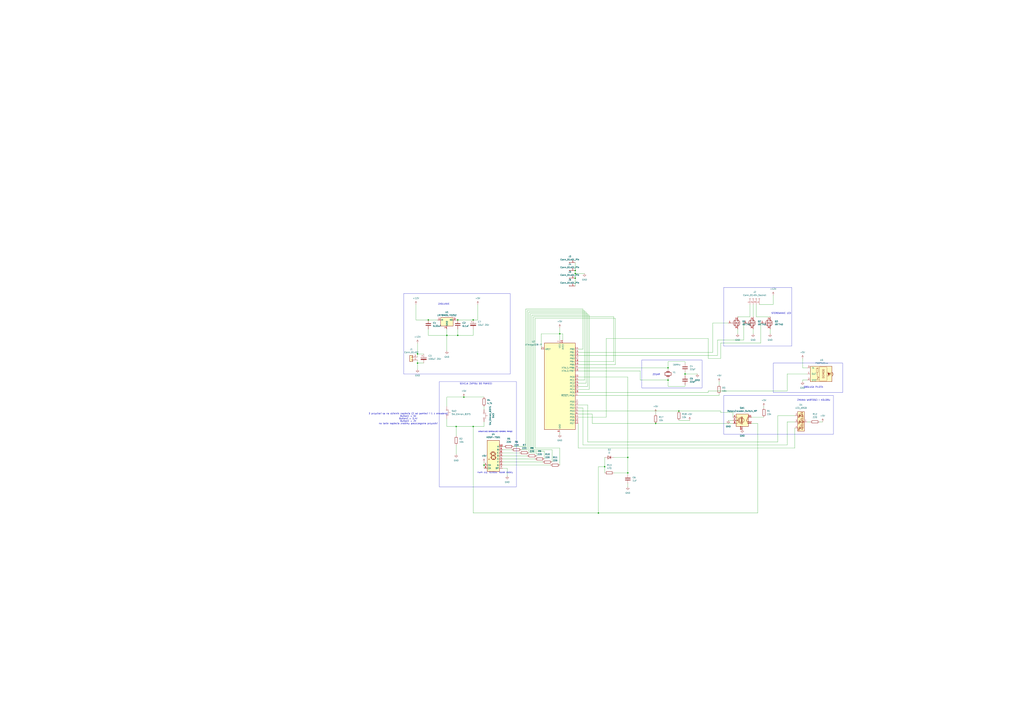
<source format=kicad_sch>
(kicad_sch (version 20231120) (generator "eeschema") (generator_version "8.0")
  (paper "A1")
  (lib_symbols
    (symbol "Connector:Conn_01x01_Pin" (pin_names (offset 1.016) hide)
      (property "Reference" "J" (at 0 2.54 0))
      (property "Value" "Conn_01x01_Pin" (at 0 -2.54 0))
      (symbol "Conn_01x01_Pin_1_1"
        (polyline (pts (xy 1.27 0) (xy 0.8636 0)) (stroke (width 0.1524)))
        (rectangle (start 0.8636 0.127) (end 0 -0.127) (stroke (width 0.1524)) (fill (type outline)))
        (pin passive line (at 5.08 0 180) (length 3.81) (name "Pin_1") (number "1"))
      )
    )
    (symbol "Connector:Conn_01x04_Socket" (pin_names (offset 1.016) hide)
      (property "Reference" "J" (at 0 5.08 0))
      (property "Value" "Conn_01x04_Socket" (at 0 -7.62 0))
      (symbol "Conn_01x04_Socket_1_1"
        (arc (start 0 -4.572) (mid -0.5058 -5.08) (end 0 -5.588) (stroke (width 0.1524)))
        (arc (start 0 -2.032) (mid -0.5058 -2.54) (end 0 -3.048) (stroke (width 0.1524)))
        (polyline (pts (xy -1.27 -5.08) (xy -0.508 -5.08)) (stroke (width 0.1524)))
        (polyline (pts (xy -1.27 -2.54) (xy -0.508 -2.54)) (stroke (width 0.1524)))
        (polyline (pts (xy -1.27 0) (xy -0.508 0)) (stroke (width 0.1524)))
        (polyline (pts (xy -1.27 2.54) (xy -0.508 2.54)) (stroke (width 0.1524)))
        (arc (start 0 0.508) (mid -0.5058 0) (end 0 -0.508) (stroke (width 0.1524)))
        (arc (start 0 3.048) (mid -0.5058 2.54) (end 0 2.032) (stroke (width 0.1524)))
        (pin passive line (at -5.08 2.54 0) (length 3.81) (name "Pin_1") (number "1"))
        (pin passive line (at -5.08 0 0) (length 3.81) (name "Pin_2") (number "2"))
        (pin passive line (at -5.08 -2.54 0) (length 3.81) (name "Pin_3") (number "3"))
        (pin passive line (at -5.08 -5.08 0) (length 3.81) (name "Pin_4") (number "4"))
      )
    )
    (symbol "Connector_Generic:Conn_01x02" (pin_names (offset 1.016) hide)
      (property "Reference" "J" (at 0 2.54 0))
      (property "Value" "Conn_01x02" (at 0 -5.08 0))
      (symbol "Conn_01x02_1_1"
        (rectangle (start -1.27 -2.413) (end 0 -2.667) (stroke (width 0.1524)))
        (rectangle (start -1.27 0.127) (end 0 -0.127) (stroke (width 0.1524)))
        (rectangle (start -1.27 1.27) (end 1.27 -3.81) (stroke (width 0.254)) (fill (type background)))
        (pin passive line (at -5.08 0 0) (length 3.81) (name "Pin_1") (number "1"))
        (pin passive line (at -5.08 -2.54 0) (length 3.81) (name "Pin_2") (number "2"))
      )
    )
    (symbol "Device:C" (pin_numbers hide) (pin_names (offset 0.254))
      (property "Reference" "C" (at 0.635 2.54 0))
      (property "Value" "C" (at 0.635 -2.54 0))
      (symbol "C_0_1"
        (polyline (pts (xy -2.032 -0.762) (xy 2.032 -0.762)) (stroke (width 0.508)))
        (polyline (pts (xy -2.032 0.762) (xy 2.032 0.762)) (stroke (width 0.508)))
      )
      (symbol "C_1_1"
        (pin passive line (at 0 3.81 270) (length 2.794) (name "~") (number "1"))
        (pin passive line (at 0 -3.81 90) (length 2.794) (name "~") (number "2"))
      )
    )
    (symbol "Device:C_Polarized" (pin_numbers hide) (pin_names (offset 0.254))
      (property "Reference" "C" (at 0.635 2.54 0))
      (property "Value" "C_Polarized" (at 0.635 -2.54 0))
      (symbol "C_Polarized_0_1"
        (rectangle (start -2.286 0.508) (end 2.286 1.016))
        (polyline (pts (xy -1.778 2.286) (xy -0.762 2.286)))
        (polyline (pts (xy -1.27 2.794) (xy -1.27 1.778)))
        (rectangle (start 2.286 -0.508) (end -2.286 -1.016) (fill (type outline)))
      )
      (symbol "C_Polarized_1_1"
        (pin passive line (at 0 3.81 270) (length 2.794) (name "~") (number "1"))
        (pin passive line (at 0 -3.81 90) (length 2.794) (name "~") (number "2"))
      )
    )
    (symbol "Device:Crystal" (pin_numbers hide) (pin_names (offset 1.016) hide)
      (property "Reference" "Y" (at 0 3.81 0))
      (property "Value" "Crystal" (at 0 -3.81 0))
      (symbol "Crystal_0_1"
        (rectangle (start -1.143 2.54) (end 1.143 -2.54) (stroke (width 0.3048)))
        (polyline (pts (xy -2.54 0) (xy -1.905 0)))
        (polyline (pts (xy -1.905 -1.27) (xy -1.905 1.27)) (stroke (width 0.508)))
        (polyline (pts (xy 1.905 -1.27) (xy 1.905 1.27)) (stroke (width 0.508)))
        (polyline (pts (xy 2.54 0) (xy 1.905 0)))
      )
      (symbol "Crystal_1_1"
        (pin passive line (at -3.81 0 0) (length 1.27) (name "1") (number "1"))
        (pin passive line (at 3.81 0 180) (length 1.27) (name "2") (number "2"))
      )
    )
    (symbol "Device:D" (pin_numbers hide) (pin_names (offset 1.016) hide)
      (property "Reference" "D" (at 0 2.54 0))
      (property "Value" "D" (at 0 -2.54 0))
      (symbol "D_0_1"
        (polyline (pts (xy -1.27 1.27) (xy -1.27 -1.27)) (stroke (width 0.254)))
        (polyline (pts (xy 1.27 0) (xy -1.27 0)))
        (polyline (pts (xy 1.27 1.27) (xy 1.27 -1.27) (xy -1.27 0) (xy 1.27 1.27)) (stroke (width 0.254)))
      )
      (symbol "D_1_1"
        (pin passive line (at -3.81 0 0) (length 2.54) (name "K") (number "1"))
        (pin passive line (at 3.81 0 180) (length 2.54) (name "A") (number "2"))
      )
    )
    (symbol "Device:LED_ARGB" (pin_names (offset 0) hide)
      (property "Reference" "D" (at 0 9.398 0))
      (property "Value" "LED_ARGB" (at 0 -8.89 0))
      (symbol "LED_ARGB_0_0"
        (text "B" (at -1.905 -6.35 0) (effects (font (size 1.27 1.27))))
        (text "G" (at -1.905 -1.27 0) (effects (font (size 1.27 1.27))))
        (text "R" (at -1.905 3.81 0) (effects (font (size 1.27 1.27))))
      )
      (symbol "LED_ARGB_0_1"
        (polyline (pts (xy -1.27 -5.08) (xy -2.54 -5.08)))
        (polyline (pts (xy -1.27 -5.08) (xy 1.27 -5.08)))
        (polyline (pts (xy -1.27 -3.81) (xy -1.27 -6.35)) (stroke (width 0.254)))
        (polyline (pts (xy -1.27 0) (xy -2.54 0)))
        (polyline (pts (xy -1.27 1.27) (xy -1.27 -1.27)) (stroke (width 0.254)))
        (polyline (pts (xy -1.27 5.08) (xy -2.54 5.08)))
        (polyline (pts (xy -1.27 5.08) (xy 1.27 5.08)))
        (polyline (pts (xy -1.27 6.35) (xy -1.27 3.81)) (stroke (width 0.254)))
        (polyline (pts (xy 1.27 0) (xy -1.27 0)))
        (polyline (pts (xy 1.27 0) (xy 2.54 0)))
        (polyline (pts (xy -1.27 1.27) (xy -1.27 -1.27) (xy -1.27 -1.27)))
        (polyline (pts (xy -1.27 6.35) (xy -1.27 3.81) (xy -1.27 3.81)))
        (polyline (pts (xy 1.27 -5.08) (xy 2.032 -5.08) (xy 2.032 5.08) (xy 1.27 5.08)))
        (polyline (pts (xy 1.27 -3.81) (xy 1.27 -6.35) (xy -1.27 -5.08) (xy 1.27 -3.81)) (stroke (width 0.254)))
        (polyline (pts (xy 1.27 1.27) (xy 1.27 -1.27) (xy -1.27 0) (xy 1.27 1.27)) (stroke (width 0.254)))
        (polyline (pts (xy 1.27 6.35) (xy 1.27 3.81) (xy -1.27 5.08) (xy 1.27 6.35)) (stroke (width 0.254)))
        (polyline (pts (xy -1.016 -3.81) (xy 0.508 -2.286) (xy -0.254 -2.286) (xy 0.508 -2.286) (xy 0.508 -3.048)))
        (polyline (pts (xy -1.016 1.27) (xy 0.508 2.794) (xy -0.254 2.794) (xy 0.508 2.794) (xy 0.508 2.032)))
        (polyline (pts (xy -1.016 6.35) (xy 0.508 7.874) (xy -0.254 7.874) (xy 0.508 7.874) (xy 0.508 7.112)))
        (polyline (pts (xy 0 -3.81) (xy 1.524 -2.286) (xy 0.762 -2.286) (xy 1.524 -2.286) (xy 1.524 -3.048)))
        (polyline (pts (xy 0 1.27) (xy 1.524 2.794) (xy 0.762 2.794) (xy 1.524 2.794) (xy 1.524 2.032)))
        (polyline (pts (xy 0 6.35) (xy 1.524 7.874) (xy 0.762 7.874) (xy 1.524 7.874) (xy 1.524 7.112)))
        (rectangle (start 1.27 -1.27) (end 1.27 1.27))
        (rectangle (start 1.27 1.27) (end 1.27 1.27))
        (rectangle (start 1.27 3.81) (end 1.27 6.35))
        (rectangle (start 1.27 6.35) (end 1.27 6.35))
        (circle (center 2.032 0) (radius 0.254) (fill (type outline)))
        (rectangle (start 2.794 8.382) (end -2.794 -7.62) (stroke (width 0.254)) (fill (type background)))
      )
      (symbol "LED_ARGB_1_1"
        (pin passive line (at 5.08 0 180) (length 2.54) (name "A") (number "1"))
        (pin passive line (at -5.08 5.08 0) (length 2.54) (name "RK") (number "2"))
        (pin passive line (at -5.08 0 0) (length 2.54) (name "GK") (number "3"))
        (pin passive line (at -5.08 -5.08 0) (length 2.54) (name "BK") (number "4"))
      )
    )
    (symbol "Device:R" (pin_numbers hide) (pin_names (offset 0))
      (property "Reference" "R" (at 2.032 0 90))
      (property "Value" "R" (at 0 0 90))
      (symbol "R_0_1"
        (rectangle (start -1.016 -2.54) (end 1.016 2.54) (stroke (width 0.254)))
      )
      (symbol "R_1_1"
        (pin passive line (at 0 3.81 270) (length 1.27) (name "~") (number "1"))
        (pin passive line (at 0 -3.81 90) (length 1.27) (name "~") (number "2"))
      )
    )
    (symbol "Device:RotaryEncoder_Switch_MP" (pin_names (offset 0.254) hide)
      (property "Reference" "SW" (at 0 8.89 0))
      (property "Value" "RotaryEncoder_Switch_MP" (at 0 6.35 0))
      (symbol "RotaryEncoder_Switch_MP_0_1"
        (rectangle (start -5.08 5.08) (end 5.08 -5.08) (stroke (width 0.254)) (fill (type background)))
        (circle (center -3.81 0) (radius 0.254) (fill (type outline)))
        (circle (center -0.381 0) (radius 1.905) (stroke (width 0.254)))
        (arc (start -0.381 2.667) (mid -3.0988 -0.0635) (end -0.381 -2.794) (stroke (width 0.254)))
        (polyline (pts (xy -0.635 -1.778) (xy -0.635 1.778)) (stroke (width 0.254)))
        (polyline (pts (xy -0.381 -1.778) (xy -0.381 1.778)) (stroke (width 0.254)))
        (polyline (pts (xy -0.127 1.778) (xy -0.127 -1.778)) (stroke (width 0.254)))
        (polyline (pts (xy 3.81 0) (xy 3.429 0)) (stroke (width 0.254)))
        (polyline (pts (xy 3.81 1.016) (xy 3.81 -1.016)) (stroke (width 0.254)))
        (polyline (pts (xy -5.08 -2.54) (xy -3.81 -2.54) (xy -3.81 -2.032)))
        (polyline (pts (xy -5.08 2.54) (xy -3.81 2.54) (xy -3.81 2.032)))
        (polyline (pts (xy 0.254 -3.048) (xy -0.508 -2.794) (xy 0.127 -2.413)) (stroke (width 0.254)))
        (polyline (pts (xy 0.254 2.921) (xy -0.508 2.667) (xy 0.127 2.286)) (stroke (width 0.254)))
        (polyline (pts (xy 5.08 -2.54) (xy 4.318 -2.54) (xy 4.318 -1.016)) (stroke (width 0.254)))
        (polyline (pts (xy 5.08 2.54) (xy 4.318 2.54) (xy 4.318 1.016)) (stroke (width 0.254)))
        (polyline (pts (xy -5.08 0) (xy -3.81 0) (xy -3.81 -1.016) (xy -3.302 -2.032)))
        (polyline (pts (xy -4.318 0) (xy -3.81 0) (xy -3.81 1.016) (xy -3.302 2.032)))
        (circle (center 4.318 -1.016) (radius 0.127) (stroke (width 0.254)))
        (circle (center 4.318 1.016) (radius 0.127) (stroke (width 0.254)))
      )
      (symbol "RotaryEncoder_Switch_MP_1_1"
        (pin passive line (at -7.62 2.54 0) (length 2.54) (name "A") (number "A"))
        (pin passive line (at -7.62 -2.54 0) (length 2.54) (name "B") (number "B"))
        (pin passive line (at -7.62 0 0) (length 2.54) (name "C") (number "C"))
        (pin passive line (at 0 -7.62 90) (length 2.54) (name "MP") (number "MP"))
        (pin passive line (at 7.62 2.54 180) (length 2.54) (name "S1") (number "S1"))
        (pin passive line (at 7.62 -2.54 180) (length 2.54) (name "S2") (number "S2"))
      )
    )
    (symbol "Display_Character:HDSP-7501"
      (property "Reference" "U" (at -3.81 13.97 0))
      (property "Value" "HDSP-7501" (at 6.35 13.97 0))
      (symbol "HDSP-7501_1_0"
        (text "A" (at 0.254 2.413 0) (effects (font (size 0.508 0.508))))
        (text "B" (at 2.54 1.651 0) (effects (font (size 0.508 0.508))))
        (text "C" (at 2.286 -1.397 0) (effects (font (size 0.508 0.508))))
        (text "D" (at -0.254 -2.159 0) (effects (font (size 0.508 0.508))))
        (text "DP" (at 3.556 -2.921 0) (effects (font (size 0.508 0.508))))
        (text "E" (at -2.54 -1.397 0) (effects (font (size 0.508 0.508))))
        (text "F" (at -2.286 1.651 0) (effects (font (size 0.508 0.508))))
        (text "G" (at 0 0.889 0) (effects (font (size 0.508 0.508))))
      )
      (symbol "HDSP-7501_1_1"
        (rectangle (start -5.08 12.7) (end 5.08 -12.7) (stroke (width 0.254)) (fill (type background)))
        (polyline (pts (xy -1.524 -0.381) (xy -1.778 -2.413)) (stroke (width 0.508)))
        (polyline (pts (xy -1.27 -2.921) (xy 0.762 -2.921)) (stroke (width 0.508)))
        (polyline (pts (xy -1.27 2.667) (xy -1.524 0.635)) (stroke (width 0.508)))
        (polyline (pts (xy -1.016 0.127) (xy 1.016 0.127)) (stroke (width 0.508)))
        (polyline (pts (xy -0.762 3.175) (xy 1.27 3.175)) (stroke (width 0.508)))
        (polyline (pts (xy 1.524 -0.381) (xy 1.27 -2.413)) (stroke (width 0.508)))
        (polyline (pts (xy 1.778 2.667) (xy 1.524 0.635)) (stroke (width 0.508)))
        (polyline (pts (xy 2.54 -2.921) (xy 2.54 -2.921)) (stroke (width 0.508)))
        (pin input line (at 7.62 -7.62 180) (length 2.54) (name "CA") (number "1"))
        (pin input line (at -7.62 7.62 0) (length 2.54) (name "A") (number "10"))
        (pin input line (at -7.62 -5.08 0) (length 2.54) (name "F") (number "2"))
        (pin input line (at -7.62 -7.62 0) (length 2.54) (name "G") (number "3"))
        (pin input line (at -7.62 -2.54 0) (length 2.54) (name "E") (number "4"))
        (pin input line (at -7.62 0 0) (length 2.54) (name "D") (number "5"))
        (pin input line (at 7.62 -10.16 180) (length 2.54) (name "CA") (number "6"))
        (pin input line (at -7.62 -10.16 0) (length 2.54) (name "DP") (number "7"))
        (pin input line (at -7.62 2.54 0) (length 2.54) (name "C") (number "8"))
        (pin input line (at -7.62 5.08 0) (length 2.54) (name "B") (number "9"))
      )
    )
    (symbol "Interface_Optical:TSOP531xx" (pin_names (offset 1.016))
      (property "Reference" "U" (at -10.16 7.62 0))
      (property "Value" "TSOP531xx" (at -10.16 -7.62 0))
      (symbol "TSOP531xx_0_0"
        (arc (start -10.287 1.397) (mid -11.0899 -0.1852) (end -10.287 -1.778) (stroke (width 0.254)) (fill (type background)))
        (polyline (pts (xy 1.905 -5.08) (xy 0.127 -5.08)))
        (polyline (pts (xy 1.905 5.08) (xy 0.127 5.08)))
        (text "DEMOD" (at -3.175 0.254 900) (effects (font (size 1.524 1.524))))
      )
      (symbol "TSOP531xx_0_1"
        (rectangle (start -6.096 5.588) (end 0.127 -5.588))
        (polyline (pts (xy -8.763 0.381) (xy -9.652 1.27)))
        (polyline (pts (xy -8.763 0.381) (xy -9.271 0.381)))
        (polyline (pts (xy -8.763 0.381) (xy -8.763 0.889)))
        (polyline (pts (xy -8.636 -0.635) (xy -9.525 0.254)))
        (polyline (pts (xy -8.636 -0.635) (xy -9.144 -0.635)))
        (polyline (pts (xy -8.636 -0.635) (xy -8.636 -0.127)))
        (polyline (pts (xy -8.382 -1.016) (xy -6.731 -1.016)))
        (polyline (pts (xy 1.27 -2.921) (xy 0.127 -2.921)))
        (polyline (pts (xy 1.27 -1.905) (xy 1.27 -3.81)))
        (polyline (pts (xy 1.397 -3.556) (xy 1.524 -3.556)))
        (polyline (pts (xy 1.651 -3.556) (xy 1.524 -3.556)))
        (polyline (pts (xy 1.651 -3.556) (xy 1.651 -3.302)))
        (polyline (pts (xy 1.905 0) (xy 1.905 1.27)))
        (polyline (pts (xy 1.905 4.445) (xy 1.905 5.08) (xy 2.54 5.08)))
        (polyline (pts (xy -8.382 0.635) (xy -6.731 0.635) (xy -7.62 -1.016) (xy -8.382 0.635)) (fill (type outline)))
        (polyline (pts (xy -6.096 1.397) (xy -7.62 1.397) (xy -7.62 -1.778) (xy -6.096 -1.778)))
        (polyline (pts (xy 1.27 -3.175) (xy 1.905 -3.81) (xy 1.905 -5.08) (xy 2.54 -5.08)))
        (polyline (pts (xy 1.27 -2.54) (xy 1.905 -1.905) (xy 1.905 0) (xy 2.54 0)))
        (rectangle (start 2.54 1.27) (end 1.27 4.445))
        (rectangle (start 7.62 6.35) (end -10.16 -6.35) (stroke (width 0.254)) (fill (type background)))
      )
      (symbol "TSOP531xx_1_1"
        (pin output line (at 10.16 0 180) (length 2.54) (name "OUT") (number "1"))
        (pin power_in line (at 10.16 -5.08 180) (length 2.54) (name "GND") (number "2"))
        (pin power_in line (at 10.16 5.08 180) (length 2.54) (name "Vs") (number "3"))
      )
    )
    (symbol "MCU_Microchip_ATmega:ATmega328-P"
      (property "Reference" "U" (at -12.7 36.83 0))
      (property "Value" "ATmega328-P" (at 2.54 -36.83 0))
      (symbol "ATmega328-P_0_1"
        (rectangle (start -12.7 -35.56) (end 12.7 35.56) (stroke (width 0.254)) (fill (type background)))
      )
      (symbol "ATmega328-P_1_1"
        (pin bidirectional line (at 15.24 -7.62 180) (length 2.54) (name "~{RESET}/PC6") (number "1"))
        (pin bidirectional line (at 15.24 12.7 180) (length 2.54) (name "XTAL2/PB7") (number "10"))
        (pin bidirectional line (at 15.24 -25.4 180) (length 2.54) (name "PD5") (number "11"))
        (pin bidirectional line (at 15.24 -27.94 180) (length 2.54) (name "PD6") (number "12"))
        (pin bidirectional line (at 15.24 -30.48 180) (length 2.54) (name "PD7") (number "13"))
        (pin bidirectional line (at 15.24 30.48 180) (length 2.54) (name "PB0") (number "14"))
        (pin bidirectional line (at 15.24 27.94 180) (length 2.54) (name "PB1") (number "15"))
        (pin bidirectional line (at 15.24 25.4 180) (length 2.54) (name "PB2") (number "16"))
        (pin bidirectional line (at 15.24 22.86 180) (length 2.54) (name "PB3") (number "17"))
        (pin bidirectional line (at 15.24 20.32 180) (length 2.54) (name "PB4") (number "18"))
        (pin bidirectional line (at 15.24 17.78 180) (length 2.54) (name "PB5") (number "19"))
        (pin bidirectional line (at 15.24 -12.7 180) (length 2.54) (name "PD0") (number "2"))
        (pin power_in line (at 2.54 38.1 270) (length 2.54) (name "AVCC") (number "20"))
        (pin passive line (at -15.24 30.48 0) (length 2.54) (name "AREF") (number "21"))
        (pin passive line (at 0 -38.1 90) (length 2.54) hide (name "GND") (number "22"))
        (pin bidirectional line (at 15.24 7.62 180) (length 2.54) (name "PC0") (number "23"))
        (pin bidirectional line (at 15.24 5.08 180) (length 2.54) (name "PC1") (number "24"))
        (pin bidirectional line (at 15.24 2.54 180) (length 2.54) (name "PC2") (number "25"))
        (pin bidirectional line (at 15.24 0 180) (length 2.54) (name "PC3") (number "26"))
        (pin bidirectional line (at 15.24 -2.54 180) (length 2.54) (name "PC4") (number "27"))
        (pin bidirectional line (at 15.24 -5.08 180) (length 2.54) (name "PC5") (number "28"))
        (pin bidirectional line (at 15.24 -15.24 180) (length 2.54) (name "PD1") (number "3"))
        (pin bidirectional line (at 15.24 -17.78 180) (length 2.54) (name "PD2") (number "4"))
        (pin bidirectional line (at 15.24 -20.32 180) (length 2.54) (name "PD3") (number "5"))
        (pin bidirectional line (at 15.24 -22.86 180) (length 2.54) (name "PD4") (number "6"))
        (pin power_in line (at 0 38.1 270) (length 2.54) (name "VCC") (number "7"))
        (pin power_in line (at 0 -38.1 90) (length 2.54) (name "GND") (number "8"))
        (pin bidirectional line (at 15.24 15.24 180) (length 2.54) (name "XTAL1/PB6") (number "9"))
      )
    )
    (symbol "Regulator_Linear:LM78M05_TO252" (pin_names (offset 0.254))
      (property "Reference" "U" (at -3.81 3.175 0))
      (property "Value" "LM78M05_TO252" (at 0 3.175 0))
      (symbol "LM78M05_TO252_0_1"
        (rectangle (start -5.08 1.905) (end 5.08 -5.08) (stroke (width 0.254)) (fill (type background)))
      )
      (symbol "LM78M05_TO252_1_1"
        (pin power_in line (at -7.62 0 0) (length 2.54) (name "VI") (number "1"))
        (pin power_in line (at 0 -7.62 90) (length 2.54) (name "GND") (number "2"))
        (pin power_out line (at 7.62 0 180) (length 2.54) (name "VO") (number "3"))
      )
    )
    (symbol "Switch:SW_Omron_B3FS" (pin_numbers hide) (pin_names (offset 1.016) hide)
      (property "Reference" "SW" (at 1.27 2.54 0))
      (property "Value" "SW_Omron_B3FS" (at 0 -1.524 0))
      (symbol "SW_Omron_B3FS_0_1"
        (circle (center -2.032 0) (radius 0.508))
        (polyline (pts (xy 0 1.27) (xy 0 3.048)))
        (polyline (pts (xy 2.54 1.27) (xy -2.54 1.27)))
        (circle (center 2.032 0) (radius 0.508))
        (pin passive line (at -5.08 0 0) (length 2.54) (name "1") (number "1"))
        (pin passive line (at 5.08 0 180) (length 2.54) (name "2") (number "2"))
      )
    )
    (symbol "Transistor_FET:IRF740" (pin_names hide)
      (property "Reference" "Q" (at 5.08 1.905 0))
      (property "Value" "IRF740" (at 5.08 0 0))
      (symbol "IRF740_0_1"
        (polyline (pts (xy 0.254 0) (xy -2.54 0)))
        (polyline (pts (xy 0.254 1.905) (xy 0.254 -1.905)) (stroke (width 0.254)))
        (polyline (pts (xy 0.762 -1.27) (xy 0.762 -2.286)) (stroke (width 0.254)))
        (polyline (pts (xy 0.762 0.508) (xy 0.762 -0.508)) (stroke (width 0.254)))
        (polyline (pts (xy 0.762 2.286) (xy 0.762 1.27)) (stroke (width 0.254)))
        (polyline (pts (xy 2.54 2.54) (xy 2.54 1.778)))
        (polyline (pts (xy 2.54 -2.54) (xy 2.54 0) (xy 0.762 0)))
        (polyline (pts (xy 0.762 -1.778) (xy 3.302 -1.778) (xy 3.302 1.778) (xy 0.762 1.778)))
        (polyline (pts (xy 1.016 0) (xy 2.032 0.381) (xy 2.032 -0.381) (xy 1.016 0)) (fill (type outline)))
        (polyline (pts (xy 2.794 0.508) (xy 2.921 0.381) (xy 3.683 0.381) (xy 3.81 0.254)))
        (polyline (pts (xy 3.302 0.381) (xy 2.921 -0.254) (xy 3.683 -0.254) (xy 3.302 0.381)))
        (circle (center 1.651 0) (radius 2.794) (stroke (width 0.254)))
        (circle (center 2.54 -1.778) (radius 0.254) (fill (type outline)))
        (circle (center 2.54 1.778) (radius 0.254) (fill (type outline)))
      )
      (symbol "IRF740_1_1"
        (pin input line (at -5.08 0 0) (length 2.54) (name "G") (number "1"))
        (pin passive line (at 2.54 5.08 270) (length 2.54) (name "D") (number "2"))
        (pin passive line (at 2.54 -5.08 90) (length 2.54) (name "S") (number "3"))
      )
    )
    (symbol "power:+12V" (power) (pin_numbers hide) (pin_names (offset 0) hide)
      (property "Value" "+12V" (at 0 3.556 0))
      (symbol "+12V_0_1"
        (polyline (pts (xy -0.762 1.27) (xy 0 2.54)))
        (polyline (pts (xy 0 0) (xy 0 2.54)))
        (polyline (pts (xy 0 2.54) (xy 0.762 1.27)))
      )
      (symbol "+12V_1_1"
        (pin power_in line (at 0 0 90) (length 0) (name "~") (number "1"))
      )
    )
    (symbol "power:+5V" (power) (pin_numbers hide) (pin_names (offset 0) hide)
      (property "Value" "+5V" (at 0 3.556 0))
      (symbol "+5V_0_1"
        (polyline (pts (xy -0.762 1.27) (xy 0 2.54)))
        (polyline (pts (xy 0 0) (xy 0 2.54)))
        (polyline (pts (xy 0 2.54) (xy 0.762 1.27)))
      )
      (symbol "+5V_1_1"
        (pin power_in line (at 0 0 90) (length 0) (name "~") (number "1"))
      )
    )
    (symbol "power:GND" (power) (pin_numbers hide) (pin_names (offset 0) hide)
      (property "Value" "GND" (at 0 -3.81 0))
      (symbol "GND_0_1"
        (polyline (pts (xy 0 0) (xy 0 -1.27) (xy 1.27 -1.27) (xy 0 -2.54) (xy -1.27 -1.27) (xy 0 -1.27)))
      )
      (symbol "GND_1_1"
        (pin power_in line (at 0 0 270) (length 0) (name "~") (number "1"))
      )
    )
  )
  (junction (at 472.44 228.6))
  (junction (at 496.57 383.54))
  (junction (at 397.51 382.27))
  (junction (at 342.9 290.83))
  (junction (at 459.74 274.32))
  (junction (at 388.62 262.89))
  (junction (at 491.49 421.64))
  (junction (at 351.79 262.89))
  (junction (at 538.48 347.98))
  (junction (at 472.44 222.25))
  (junction (at 381 326.39))
  (junction (at 374.65 350.52))
  (junction (at 548.64 302.26))
  (junction (at 515.62 388.62))
  (junction (at 375.92 262.89))
  (junction (at 388.62 350.52))
  (junction (at 557.53 337.82))
  (junction (at 472.44 224.79))
  (junction (at 515.62 375.92))
  (junction (at 375.92 275.59))
  (junction (at 342.9 298.45))
  (junction (at 548.64 312.42))
  (junction (at 562.61 307.34))
  (junction (at 367.03 275.59))
  (wire (pts (xy 462.28 274.32) (xy 459.74 274.32)))
  (wire (pts (xy 351.79 275.59) (xy 367.03 275.59)))
  (wire (pts (xy 439.42 261.62) (xy 505.46 261.62)))
  (wire (pts (xy 452.12 382.27) (xy 412.75 382.27)))
  (wire (pts (xy 585.47 265.43) (xy 585.47 289.56)))
  (wire (pts (xy 474.98 325.12) (xy 590.55 325.12)))
  (wire (pts (xy 342.9 303.53) (xy 342.9 298.45)))
  (wire (pts (xy 478.79 254) (xy 478.79 287.02)))
  (wire (pts (xy 351.79 270.51) (xy 351.79 275.59)))
  (wire (pts (xy 388.62 421.64) (xy 491.49 421.64)))
  (wire (pts (xy 431.8 367.03) (xy 431.8 254)))
  (wire (pts (xy 459.74 269.24) (xy 459.74 274.32)))
  (wire (pts (xy 659.13 312.42) (xy 662.94 312.42)))
  (wire (pts (xy 496.57 383.54) (xy 491.49 383.54)))
  (wire (pts (xy 673.1 346.71) (xy 675.64 346.71)))
  (wire (pts (xy 610.87 279.4) (xy 610.87 265.43)))
  (wire (pts (xy 646.43 365.76) (xy 478.79 365.76)))
  (wire (pts (xy 367.03 270.51) (xy 367.03 275.59)))
  (wire (pts (xy 440.69 372.11) (xy 435.61 372.11)))
  (wire (pts (xy 590.55 323.85) (xy 590.55 325.12)))
  (wire (pts (xy 481.33 314.96) (xy 474.98 314.96)))
  (wire (pts (xy 474.98 337.82) (xy 557.53 337.82)))
  (wire (pts (xy 472.44 222.25) (xy 472.44 224.79)))
  (wire (pts (xy 548.64 317.5) (xy 562.61 317.5)))
  (wire (pts (xy 486.41 340.36) (xy 474.98 340.36)))
  (wire (pts (xy 472.44 215.9) (xy 472.44 222.25)))
  (wire (pts (xy 585.47 265.43) (xy 598.17 265.43)))
  (wire (pts (xy 367.03 326.39) (xy 381 326.39)))
  (wire (pts (xy 438.15 369.57) (xy 453.39 369.57)))
  (wire (pts (xy 480.06 312.42) (xy 474.98 312.42)))
  (wire (pts (xy 397.51 382.27) (xy 397.51 384.81)))
  (wire (pts (xy 426.72 372.11) (xy 412.75 372.11)))
  (wire (pts (xy 342.9 298.45) (xy 347.98 298.45)))
  (wire (pts (xy 618.49 274.32) (xy 618.49 270.51)))
  (wire (pts (xy 397.51 334.01) (xy 397.51 336.55)))
  (wire (pts (xy 665.48 346.71) (xy 662.94 346.71)))
  (wire (pts (xy 525.78 312.42) (xy 548.64 312.42)))
  (wire (pts (xy 581.66 321.31) (xy 646.43 321.31)))
  (wire (pts (xy 557.53 345.44) (xy 566.42 345.44)))
  (wire (pts (xy 474.98 309.88) (xy 515.62 309.88)))
  (wire (pts (xy 617.22 347.98) (xy 622.3 347.98)))
  (wire (pts (xy 392.43 250.19) (xy 392.43 262.89)))
  (wire (pts (xy 562.61 308.61) (xy 562.61 307.34)))
  (wire (pts (xy 474.98 368.3) (xy 474.98 347.98)))
  (wire (pts (xy 548.64 311.15) (xy 548.64 312.42)))
  (wire (pts (xy 617.22 342.9) (xy 627.38 342.9)))
  (wire (pts (xy 482.6 363.22) (xy 482.6 332.74)))
  (wire (pts (xy 646.43 307.34) (xy 662.94 307.34)))
  (wire (pts (xy 440.69 374.65) (xy 440.69 372.11)))
  (wire (pts (xy 591.82 337.82) (xy 557.53 337.82)))
  (wire (pts (xy 433.07 374.65) (xy 412.75 374.65)))
  (wire (pts (xy 434.34 256.54) (xy 481.33 256.54)))
  (wire (pts (xy 459.74 274.32) (xy 459.74 279.4)))
  (wire (pts (xy 388.62 350.52) (xy 374.65 350.52)))
  (wire (pts (xy 646.43 346.71) (xy 646.43 365.76)))
  (wire (pts (xy 621.03 260.35) (xy 621.03 250.19)))
  (wire (pts (xy 562.61 307.34) (xy 572.77 307.34)))
  (wire (pts (xy 548.64 297.18) (xy 562.61 297.18)))
  (wire (pts (xy 632.46 274.32) (xy 632.46 270.51)))
  (wire (pts (xy 474.98 302.26) (xy 548.64 302.26)))
  (wire (pts (xy 342.9 298.45) (xy 342.9 295.91)))
  (wire (pts (xy 374.65 373.38) (xy 374.65 365.76)))
  (wire (pts (xy 548.64 297.18) (xy 548.64 302.26)))
  (wire (pts (xy 367.03 344.17) (xy 367.03 350.52)))
  (wire (pts (xy 590.55 313.69) (xy 590.55 316.23)))
  (wire (pts (xy 515.62 389.89) (xy 515.62 388.62)))
  (wire (pts (xy 605.79 260.35) (xy 615.95 260.35)))
  (wire (pts (xy 482.6 332.74) (xy 474.98 332.74)))
  (wire (pts (xy 646.43 307.34) (xy 646.43 321.31)))
  (wire (pts (xy 421.64 367.03) (xy 431.8 367.03)))
  (wire (pts (xy 659.13 294.64) (xy 659.13 302.26)))
  (wire (pts (xy 435.61 257.81) (xy 482.6 257.81)))
  (wire (pts (xy 436.88 259.08) (xy 483.87 259.08)))
  (wire (pts (xy 375.92 275.59) (xy 375.92 270.51)))
  (wire (pts (xy 397.51 350.52) (xy 388.62 350.52)))
  (wire (pts (xy 439.42 377.19) (xy 412.75 377.19)))
  (wire (pts (xy 591.82 281.94) (xy 624.84 281.94)))
  (wire (pts (xy 491.49 383.54) (xy 491.49 421.64)))
  (wire (pts (xy 459.74 355.6) (xy 459.74 356.87)))
  (wire (pts (xy 478.79 287.02) (xy 474.98 287.02)))
  (wire (pts (xy 416.56 391.16) (xy 416.56 384.81)))
  (wire (pts (xy 486.41 347.98) (xy 486.41 340.36)))
  (wire (pts (xy 591.82 294.64) (xy 591.82 281.94)))
  (wire (pts (xy 438.15 260.35) (xy 438.15 369.57)))
  (wire (pts (xy 497.84 278.13) (xy 581.66 278.13)))
  (wire (pts (xy 341.63 250.19) (xy 341.63 262.89)))
  (wire (pts (xy 581.66 294.64) (xy 591.82 294.64)))
  (wire (pts (xy 388.62 421.64) (xy 388.62 350.52)))
  (wire (pts (xy 439.42 368.3) (xy 459.74 368.3)))
  (wire (pts (xy 381 326.39) (xy 397.51 326.39)))
  (wire (pts (xy 548.64 312.42) (xy 548.64 317.5)))
  (wire (pts (xy 367.03 275.59) (xy 375.92 275.59)))
  (wire (pts (xy 623.57 250.19) (xy 635 250.19)))
  (wire (pts (xy 397.51 346.71) (xy 397.51 350.52)))
  (wire (pts (xy 436.88 370.84) (xy 447.04 370.84)))
  (wire (pts (xy 367.03 350.52) (xy 374.65 350.52)))
  (wire (pts (xy 482.6 363.22) (xy 638.81 363.22)))
  (wire (pts (xy 397.51 379.73) (xy 397.51 382.27)))
  (wire (pts (xy 433.07 369.57) (xy 433.07 255.27)))
  (wire (pts (xy 342.9 290.83) (xy 347.98 290.83)))
  (wire (pts (xy 342.9 290.83) (xy 342.9 293.37)))
  (wire (pts (xy 480.06 255.27) (xy 480.06 312.42)))
  (wire (pts (xy 445.77 379.73) (xy 412.75 379.73)))
  (wire (pts (xy 618.49 250.19) (xy 618.49 260.35)))
  (wire (pts (xy 601.98 339.09) (xy 601.98 342.9)))
  (wire (pts (xy 482.6 257.81) (xy 482.6 317.5)))
  (wire (pts (xy 589.28 279.4) (xy 610.87 279.4)))
  (wire (pts (xy 427.99 369.57) (xy 433.07 369.57)))
  (wire (pts (xy 474.98 304.8) (xy 525.78 304.8)))
  (wire (pts (xy 367.03 275.59) (xy 367.03 288.29)))
  (wire (pts (xy 412.75 367.03) (xy 414.02 367.03)))
  (wire (pts (xy 474.98 289.56) (xy 585.47 289.56)))
  (wire (pts (xy 375.92 275.59) (xy 388.62 275.59)))
  (wire (pts (xy 624.84 281.94) (xy 624.84 265.43)))
  (wire (pts (xy 444.5 274.32) (xy 459.74 274.32)))
  (wire (pts (xy 342.9 281.94) (xy 342.9 290.83)))
  (wire (pts (xy 444.5 287.02) (xy 444.5 274.32)))
  (wire (pts (xy 435.61 257.81) (xy 435.61 372.11)))
  (wire (pts (xy 367.03 334.01) (xy 367.03 326.39)))
  (wire (pts (xy 434.34 372.11) (xy 434.34 256.54)))
  (wire (pts (xy 388.62 262.89) (xy 392.43 262.89)))
  (wire (pts (xy 515.62 400.05) (xy 515.62 397.51)))
  (wire (pts (xy 472.44 224.79) (xy 480.06 224.79)))
  (wire (pts (xy 472.44 228.6) (xy 472.44 234.95)))
  (wire (pts (xy 482.6 317.5) (xy 474.98 317.5)))
  (wire (pts (xy 605.79 274.32) (xy 605.79 270.51)))
  (wire (pts (xy 416.56 384.81) (xy 412.75 384.81)))
  (wire (pts (xy 388.62 270.51) (xy 388.62 275.59)))
  (wire (pts (xy 548.64 302.26) (xy 548.64 303.53)))
  (wire (pts (xy 615.95 260.35) (xy 615.95 250.19)))
  (wire (pts (xy 431.8 254) (xy 478.79 254)))
  (wire (pts (xy 538.48 339.09) (xy 538.48 340.36)))
  (wire (pts (xy 447.04 370.84) (xy 447.04 377.19)))
  (wire (pts (xy 433.07 255.27) (xy 480.06 255.27)))
  (wire (pts (xy 420.37 369.57) (xy 412.75 369.57)))
  (wire (pts (xy 504.19 297.18) (xy 474.98 297.18)))
  (wire (pts (xy 474.98 342.9) (xy 497.84 342.9)))
  (wire (pts (xy 438.15 260.35) (xy 504.19 260.35)))
  (wire (pts (xy 515.62 375.92) (xy 515.62 309.88)))
  (wire (pts (xy 622.3 347.98) (xy 622.3 421.64)))
  (wire (pts (xy 562.61 297.18) (xy 562.61 298.45)))
  (wire (pts (xy 601.98 347.98) (xy 538.48 347.98)))
  (wire (pts (xy 474.98 368.3) (xy 652.78 368.3)))
  (wire (pts (xy 459.74 368.3) (xy 459.74 382.27)))
  (wire (pts (xy 496.57 383.54) (xy 496.57 388.62)))
  (wire (pts (xy 483.87 259.08) (xy 483.87 320.04)))
  (wire (pts (xy 638.81 341.63) (xy 652.78 341.63)))
  (wire (pts (xy 478.79 335.28) (xy 474.98 335.28)))
  (wire (pts (xy 515.62 375.92) (xy 504.19 375.92)))
  (wire (pts (xy 505.46 261.62) (xy 505.46 299.72)))
  (wire (pts (xy 496.57 375.92) (xy 496.57 383.54)))
  (wire (pts (xy 659.13 302.26) (xy 662.94 302.26)))
  (wire (pts (xy 505.46 299.72) (xy 474.98 299.72)))
  (wire (pts (xy 439.42 261.62) (xy 439.42 368.3)))
  (wire (pts (xy 462.28 279.4) (xy 462.28 274.32)))
  (wire (pts (xy 627.38 335.28) (xy 627.38 334.01)))
  (wire (pts (xy 375.92 262.89) (xy 388.62 262.89)))
  (wire (pts (xy 478.79 335.28) (xy 478.79 365.76)))
  (wire (pts (xy 638.81 363.22) (xy 638.81 341.63)))
  (wire (pts (xy 562.61 317.5) (xy 562.61 316.23)))
  (wire (pts (xy 483.87 320.04) (xy 474.98 320.04)))
  (wire (pts (xy 504.19 388.62) (xy 515.62 388.62)))
  (wire (pts (xy 538.48 347.98) (xy 486.41 347.98)))
  (wire (pts (xy 562.61 306.07) (xy 562.61 307.34)))
  (wire (pts (xy 341.63 262.89) (xy 351.79 262.89)))
  (wire (pts (xy 453.39 369.57) (xy 453.39 379.73)))
  (wire (pts (xy 591.82 339.09) (xy 601.98 339.09)))
  (wire (pts (xy 515.62 375.92) (xy 515.62 388.62)))
  (wire (pts (xy 589.28 292.1) (xy 589.28 279.4)))
  (wire (pts (xy 646.43 346.71) (xy 652.78 346.71)))
  (wire (pts (xy 351.79 262.89) (xy 359.41 262.89)))
  (wire (pts (xy 491.49 421.64) (xy 622.3 421.64)))
  (wire (pts (xy 472.44 224.79) (xy 472.44 228.6)))
  (wire (pts (xy 591.82 337.82) (xy 591.82 339.09)))
  (wire (pts (xy 598.17 345.44) (xy 601.98 345.44)))
  (wire (pts (xy 581.66 322.58) (xy 474.98 322.58)))
  (wire (pts (xy 374.65 350.52) (xy 374.65 358.14)))
  (wire (pts (xy 632.46 260.35) (xy 621.03 260.35)))
  (wire (pts (xy 497.84 342.9) (xy 497.84 278.13)))
  (wire (pts (xy 481.33 256.54) (xy 481.33 314.96)))
  (wire (pts (xy 652.78 368.3) (xy 652.78 351.79)))
  (wire (pts (xy 474.98 292.1) (xy 589.28 292.1)))
  (wire (pts (xy 635 242.57) (xy 635 250.19)))
  (wire (pts (xy 374.65 262.89) (xy 375.92 262.89)))
  (wire (pts (xy 581.66 321.31) (xy 581.66 322.58)))
  (wire (pts (xy 525.78 312.42) (xy 525.78 304.8)))
  (wire (pts (xy 504.19 260.35) (xy 504.19 297.18)))
  (wire (pts (xy 581.66 278.13) (xy 581.66 294.64)))
  (wire (pts (xy 436.88 259.08) (xy 436.88 370.84)))
  (wire (pts (xy 659.13 312.42) (xy 659.13 313.69)))
  (rectangle (start 527.05 295.91) (end 576.58 318.77))
  (rectangle (start 635 298.45) (end 692.15 322.58))
  (rectangle (start 594.36 325.12) (end 684.53 356.87))
  (rectangle (start 331.47 241.3) (end 419.1 307.34))
  (rectangle (start 594.36 236.22) (end 650.24 284.48))
  (rectangle (start 360.68 313.69) (end 424.18 400.05))
  (text "STEROWANIE LED" (at 641.604 257.556 0) (effects (font (size 1.27 1.27))))
  (text "3 przyciski sa na dzielnik napiecia (2 od pamieci i 1 z enkodera)\nButton1 = 5V\nButton2 = 3,4V\nButtonE = 2V\nna takie napiecia zrobimy poszczegolne przycsiki" (at 335.28 344.17 0) (effects (font (size 1.27 1.27))))
  (text "ZEGAR" (at 538.988 307.848 0) (effects (font (size 1.27 1.27))))
  (text "SEKCJA ZAPISU DO PAMIECI" (at 390.906 315.468 0) (effects (font (size 1.27 1.27))))
  (text "WYSWIETLACZ OKRESLAJACY KOMORKE PAMIĘCI" (at 406.908 354.838 0) (effects (font (size 0.8 0.8))))
  (text "ZASILANIE" (at 364.49 249.936 0) (effects (font (size 1.27 1.27))))
  (text "OBSŁUGA PILOTA" (at 668.02 318.262 0) (effects (font (size 1.27 1.27))))
  (text "ZMIANA WARTOSCI I KOLORU" (at 668.274 328.93 0) (effects (font (size 1.27 1.27))))
  (text "nwm czy rozstaw nozek dobry\n" (at 406.654 388.366 0) (effects (font (size 1.27 1.27))))
  (symbol (lib_id "power:GND") (at 659.13 313.69 0) (unit 1)
    (property "Reference" "#PWR021" (effects (hide yes)))
    (property "Value" "GND" (at 659.13 318.77 0))
    (property "Description" "Power symbol creates a global label with name \"GND\" , ground" (effects (hide yes)))
  )
  (symbol (lib_id "Connector:Conn_01x01_Pin") (at 467.36 215.9 0) (unit 1)
    (property "Reference" "J3" (at 467.995 210.82 0))
    (property "Value" "Conn_01x01_Pin" (at 467.995 213.36 0))
    (property "Footprint" "Connector_Wire:SolderWire-2.5sqmm_1x01_D2.4mm_OD3.6mm" (effects (hide yes)))
    (property "Description" "Generic connector, single row, 01x01, script generated" (effects (hide yes)))
  )
  (symbol (lib_id "power:+5V") (at 459.74 269.24 0) (unit 1)
    (property "Reference" "#PWR07" (effects (hide yes)))
    (property "Value" "+5V" (at 459.74 264.16 0))
    (property "Description" "Power symbol creates a global label with name \"+5V\"" (effects (hide yes)))
  )
  (symbol (lib_id "Device:R") (at 557.53 341.63 180) (unit 1)
    (property "Reference" "R18" (at 560.07 340.3599 0) (effects (justify right)))
    (property "Value" "10k" (at 560.07 342.8999 0) (effects (justify right)))
    (property "Footprint" "Resistor_SMD:R_0805_2012Metric_Pad1.20x1.40mm_HandSolder" (effects (hide yes)))
    (property "Description" "Resistor" (effects (hide yes)))
  )
  (symbol (lib_id "Connector:Conn_01x01_Pin") (at 467.36 234.95 0) (unit 1)
    (property "Reference" "J6" (at 467.995 229.87 0))
    (property "Value" "Conn_01x01_Pin" (at 467.995 232.41 0))
    (property "Footprint" "Connector_Wire:SolderWire-2.5sqmm_1x01_D2.4mm_OD3.6mm" (effects (hide yes)))
    (property "Description" "Generic connector, single row, 01x01, script generated" (effects (hide yes)))
  )
  (symbol (lib_id "power:GND") (at 605.79 274.32 0) (unit 1)
    (property "Reference" "#PWR012" (effects (hide yes)))
    (property "Value" "GND" (at 605.79 279.4 0))
    (property "Description" "Power symbol creates a global label with name \"GND\" , ground" (effects (hide yes)))
  )
  (symbol (lib_id "Interface_Optical:TSOP531xx") (at 673.1 307.34 0) (mirror y) (unit 1)
    (property "Reference" "U5" (at 674.835 295.91 0))
    (property "Value" "TSOP531xx" (at 674.835 298.45 0))
    (property "Footprint" "OptoDevice:Vishay_MINIMOLD-3Pin" (effects (hide yes)))
    (property "Datasheet" "http://www.vishay.com/docs/82745/tsop531.pdf" (effects (hide yes)))
    (property "Description" "IR Receiver Modules for Remote Control Systems" (effects (hide yes)))
  )
  (symbol (lib_id "Switch:SW_Omron_B3FS") (at 397.51 341.63 270) (unit 1)
    (property "Reference" "SW3" (at 405.13 341.63 0))
    (property "Value" "SW_Omron_B3FS" (at 402.59 341.63 0))
    (property "Footprint" "Button_Switch_SMD:SW_SPST_Omron_B3FS-100xP" (effects (hide yes)))
    (property "Datasheet" "https://omronfs.omron.com/en_US/ecb/products/pdf/en-b3fs.pdf" (effects (hide yes)))
    (property "Description" "Omron B3FS 6x6mm single pole normally-open tactile switch" (effects (hide yes)))
  )
  (symbol (lib_id "Switch:SW_Omron_B3FS") (at 367.03 339.09 270) (unit 1)
    (property "Reference" "SW2" (at 370.84 337.8199 90) (effects (justify left)))
    (property "Value" "SW_Omron_B3FS" (at 370.84 340.3599 90) (effects (justify left)))
    (property "Footprint" "Button_Switch_SMD:SW_SPST_Omron_B3FS-100xP" (effects (hide yes)))
    (property "Datasheet" "https://omronfs.omron.com/en_US/ecb/products/pdf/en-b3fs.pdf" (effects (hide yes)))
    (property "Description" "Omron B3FS 6x6mm single pole normally-open tactile switch" (effects (hide yes)))
  )
  (symbol (lib_id "Device:R") (at 424.18 369.57 90) (unit 1)
    (property "Reference" "R6" (at 424.18 363.22 90))
    (property "Value" "220" (at 424.18 365.76 90))
    (property "Footprint" "Resistor_SMD:R_0805_2012Metric_Pad1.20x1.40mm_HandSolder" (effects (hide yes)))
    (property "Description" "Resistor" (effects (hide yes)))
  )
  (symbol (lib_id "power:+5V") (at 381 326.39 0) (unit 1)
    (property "Reference" "#PWR010" (effects (hide yes)))
    (property "Value" "+5V" (at 381 321.31 0))
    (property "Description" "Power symbol creates a global label with name \"+5V\"" (effects (hide yes)))
  )
  (symbol (lib_id "Device:R") (at 397.51 330.2 0) (unit 1)
    (property "Reference" "R4" (at 400.05 328.9299 0) (effects (justify left)))
    (property "Value" "4,7k" (at 400.05 331.4699 0) (effects (justify left)))
    (property "Footprint" "Resistor_SMD:R_0805_2012Metric_Pad1.20x1.40mm_HandSolder" (effects (hide yes)))
    (property "Description" "Resistor" (effects (hide yes)))
  )
  (symbol (lib_id "power:GND") (at 416.56 391.16 0) (unit 1)
    (property "Reference" "#PWR026" (effects (hide yes)))
    (property "Value" "GND" (at 416.56 396.24 0))
    (property "Description" "Power symbol creates a global label with name \"GND\" , ground" (effects (hide yes)))
  )
  (symbol (lib_id "Device:C_Polarized") (at 347.98 294.64 0) (unit 1)
    (property "Reference" "C3" (at 351.79 292.4809 0) (effects (justify left)))
    (property "Value" "100uF 25V" (at 351.79 295.0209 0) (effects (justify left)))
    (property "Footprint" "Capacitor_THT:CP_Radial_D5.0mm_P2.50mm" (effects (hide yes)))
    (property "Description" "Polarized capacitor" (effects (hide yes)))
  )
  (symbol (lib_id "Device:Crystal") (at 548.64 307.34 90) (unit 1)
    (property "Reference" "Y1" (at 552.45 306.0699 90) (effects (justify right)))
    (property "Value" "16MHz" (at 552.45 299.7199 90) (effects (justify right)))
    (property "Footprint" "Crystal:Crystal_SMD_HC49-SD" (effects (hide yes)))
    (property "Description" "Two pin crystal" (effects (hide yes)))
  )
  (symbol (lib_id "power:GND") (at 342.9 303.53 0) (unit 1)
    (property "Reference" "#PWR05" (effects (hide yes)))
    (property "Value" "GND" (at 342.9 308.61 0))
    (property "Description" "Power symbol creates a global label with name \"GND\" , ground" (effects (hide yes)))
  )
  (symbol (lib_id "Device:R") (at 443.23 377.19 90) (unit 1)
    (property "Reference" "R9" (at 443.23 370.84 90))
    (property "Value" "220" (at 443.23 373.38 90))
    (property "Footprint" "Resistor_SMD:R_0805_2012Metric_Pad1.20x1.40mm_HandSolder" (effects (hide yes)))
    (property "Description" "Resistor" (effects (hide yes)))
  )
  (symbol (lib_id "Connector:Conn_01x01_Pin") (at 467.36 222.25 0) (unit 1)
    (property "Reference" "J4" (at 467.995 217.17 0))
    (property "Value" "Conn_01x01_Pin" (at 467.995 219.71 0))
    (property "Footprint" "Connector_Wire:SolderWire-2.5sqmm_1x01_D2.4mm_OD3.6mm" (effects (hide yes)))
    (property "Description" "Generic connector, single row, 01x01, script generated" (effects (hide yes)))
  )
  (symbol (lib_id "Display_Character:HDSP-7501") (at 405.13 374.65 0) (mirror y) (unit 1)
    (property "Reference" "U4" (at 405.13 356.87 0))
    (property "Value" "HDSP-7501" (at 405.13 359.41 0))
    (property "Footprint" "Display_7Segment:HDSP-A151" (effects (hide yes)))
    (property "Datasheet" "https://docs.broadcom.com/docs/AV02-2553EN" (effects (hide yes)))
    (property "Description" "One digit 7 segment high efficiency red, common anode" (effects (hide yes)))
  )
  (symbol (lib_id "power:GND") (at 515.62 400.05 0) (unit 1)
    (property "Reference" "#PWR030" (effects (hide yes)))
    (property "Value" "GND" (at 515.62 405.13 0))
    (property "Description" "Power symbol creates a global label with name \"GND\" , ground" (effects (hide yes)))
  )
  (symbol (lib_id "Connector_Generic:Conn_01x02") (at 337.82 295.91 180) (unit 1)
    (property "Reference" "J1" (at 337.82 287.02 0))
    (property "Value" "Conn_01x02" (at 337.82 289.56 0))
    (property "Footprint" "Connector_Wire:SolderWire-0.75sqmm_1x02_P7mm_D1.25mm_OD3.5mm" (effects (hide yes)))
    (property "Description" "Generic connector, single row, 01x02, script generated (kicad-library-utils/schlib/autogen/connector/)" (effects (hide yes)))
  )
  (symbol (lib_id "Device:R") (at 430.53 372.11 90) (unit 1)
    (property "Reference" "R7" (at 430.53 365.76 90))
    (property "Value" "220" (at 430.53 368.3 90))
    (property "Footprint" "Resistor_SMD:R_0805_2012Metric_Pad1.20x1.40mm_HandSolder" (effects (hide yes)))
    (property "Description" "Resistor" (effects (hide yes)))
  )
  (symbol (lib_id "Connector:Conn_01x04_Socket") (at 618.49 245.11 90) (unit 1)
    (property "Reference" "J2" (at 619.76 240.03 90))
    (property "Value" "Conn_01x04_Socket" (at 619.76 242.57 90))
    (property "Footprint" "Connector_Wire:SolderWire-0.25sqmm_1x04_P4.5mm_D0.65mm_OD2mm" (effects (hide yes)))
    (property "Description" "Generic connector, single row, 01x04, script generated" (effects (hide yes)))
  )
  (symbol (lib_id "power:GND") (at 374.65 373.38 0) (unit 1)
    (property "Reference" "#PWR011" (effects (hide yes)))
    (property "Value" "GND" (at 374.65 378.46 0))
    (property "Description" "Power symbol creates a global label with name \"GND\" , ground" (effects (hide yes)))
  )
  (symbol (lib_id "power:+5V") (at 590.55 313.69 0) (unit 1)
    (property "Reference" "#PWR09" (effects (hide yes)))
    (property "Value" "+5V" (at 590.55 308.61 0))
    (property "Description" "Power symbol creates a global label with name \"+5V\"" (effects (hide yes)))
  )
  (symbol (lib_id "Device:R") (at 627.38 339.09 0) (unit 1)
    (property "Reference" "R1" (at 629.92 337.8199 0) (effects (justify left)))
    (property "Value" "15k" (at 629.92 340.3599 0) (effects (justify left)))
    (property "Footprint" "Resistor_SMD:R_0805_2012Metric_Pad1.20x1.40mm_HandSolder" (effects (hide yes)))
    (property "Description" "Resistor" (effects (hide yes)))
  )
  (symbol (lib_id "Device:C_Polarized") (at 388.62 266.7 0) (unit 1)
    (property "Reference" "C7" (at 392.43 264.5409 0) (effects (justify left)))
    (property "Value" "10uF 25V" (at 392.43 267.0809 0) (effects (justify left)))
    (property "Footprint" "Capacitor_THT:CP_Radial_D5.0mm_P2.50mm" (effects (hide yes)))
    (property "Description" "Polarized capacitor" (effects (hide yes)))
  )
  (symbol (lib_id "power:GND") (at 598.17 345.44 0) (unit 1)
    (property "Reference" "#PWR015" (effects (hide yes)))
    (property "Value" "GND" (at 598.17 350.52 0))
    (property "Description" "Power symbol creates a global label with name \"GND\" , ground" (effects (hide yes)))
  )
  (symbol (lib_id "power:+5V") (at 397.51 379.73 0) (unit 1)
    (property "Reference" "#PWR022" (effects (hide yes)))
    (property "Value" "+5V" (at 397.51 374.65 0))
    (property "Description" "Power symbol creates a global label with name \"+5V\"" (effects (hide yes)))
  )
  (symbol (lib_id "Device:C") (at 351.79 266.7 0) (unit 1)
    (property "Reference" "C1" (at 355.6 265.4299 0) (effects (justify left)))
    (property "Value" "0.33uF" (at 355.6 267.9699 0) (effects (justify left)))
    (property "Footprint" "Capacitor_SMD:C_1206_3216Metric_Pad1.33x1.80mm_HandSolder" (effects (hide yes)))
    (property "Description" "Unpolarized capacitor" (effects (hide yes)))
  )
  (symbol (lib_id "power:+5V") (at 392.43 250.19 0) (unit 1)
    (property "Reference" "#PWR01" (effects (hide yes)))
    (property "Value" "+5V" (at 392.43 245.11 0))
    (property "Description" "Power symbol creates a global label with name \"+5V\"" (effects (hide yes)))
  )
  (symbol (lib_id "power:+5V") (at 675.64 346.71 0) (unit 1)
    (property "Reference" "#PWR019" (effects (hide yes)))
    (property "Value" "+5V" (at 675.64 341.63 0))
    (property "Description" "Power symbol creates a global label with name \"+5V\"" (effects (hide yes)))
  )
  (symbol (lib_id "Device:R") (at 669.29 346.71 90) (unit 1)
    (property "Reference" "R12" (at 669.29 340.36 90))
    (property "Value" "220" (at 669.29 342.9 90))
    (property "Footprint" "Resistor_SMD:R_0805_2012Metric_Pad1.20x1.40mm_HandSolder" (effects (hide yes)))
    (property "Description" "Resistor" (effects (hide yes)))
  )
  (symbol (lib_id "power:GND") (at 609.6 353.06 0) (unit 1)
    (property "Reference" "#PWR025" (effects (hide yes)))
    (property "Value" "GND" (at 609.6 358.14 0))
    (property "Description" "Power symbol creates a global label with name \"GND\" , ground" (effects (hide yes)))
  )
  (symbol (lib_id "power:GND") (at 480.06 224.79 0) (unit 1)
    (property "Reference" "#PWR016" (effects (hide yes)))
    (property "Value" "GND" (at 480.06 229.87 0))
    (property "Description" "Power symbol creates a global label with name \"GND\" , ground" (effects (hide yes)))
  )
  (symbol (lib_id "Device:C") (at 515.62 393.7 0) (unit 1)
    (property "Reference" "C6" (at 519.43 392.4299 0) (effects (justify left)))
    (property "Value" "1uF" (at 519.43 394.9699 0) (effects (justify left)))
    (property "Footprint" "Capacitor_SMD:C_1206_3216Metric_Pad1.33x1.80mm_HandSolder" (effects (hide yes)))
    (property "Description" "Unpolarized capacitor" (effects (hide yes)))
  )
  (symbol (lib_id "power:+5V") (at 566.42 345.44 0) (unit 1)
    (property "Reference" "#PWR028" (effects (hide yes)))
    (property "Value" "+5V" (at 566.42 340.36 0))
    (property "Description" "Power symbol creates a global label with name \"+5V\"" (effects (hide yes)))
  )
  (symbol (lib_id "power:GND") (at 632.46 274.32 0) (unit 1)
    (property "Reference" "#PWR014" (effects (hide yes)))
    (property "Value" "GND" (at 632.46 279.4 0))
    (property "Description" "Power symbol creates a global label with name \"GND\" , ground" (effects (hide yes)))
  )
  (symbol (lib_id "Device:R") (at 374.65 361.95 0) (unit 1)
    (property "Reference" "R2" (at 377.19 360.6799 0) (effects (justify left)))
    (property "Value" "10k" (at 377.19 363.2199 0) (effects (justify left)))
    (property "Footprint" "Resistor_SMD:R_0805_2012Metric_Pad1.20x1.40mm_HandSolder" (effects (hide yes)))
    (property "Description" "Resistor" (effects (hide yes)))
  )
  (symbol (lib_id "power:GND") (at 459.74 356.87 0) (unit 1)
    (property "Reference" "#PWR06" (effects (hide yes)))
    (property "Value" "GND" (at 459.74 361.95 0))
    (property "Description" "Power symbol creates a global label with name \"GND\" , ground" (effects (hide yes)))
  )
  (symbol (lib_id "power:+12V") (at 635 242.57 0) (unit 1)
    (property "Reference" "#PWR023" (effects (hide yes)))
    (property "Value" "+12V" (at 635 237.49 0))
    (property "Description" "Power symbol creates a global label with name \"+12V\"" (effects (hide yes)))
  )
  (symbol (lib_id "Device:LED_ARGB") (at 657.86 346.71 0) (unit 1)
    (property "Reference" "D1" (at 657.86 332.74 0))
    (property "Value" "LED_ARGB" (at 657.86 335.28 0))
    (property "Footprint" "LED_THT:LED_D5.0mm-4_RGB" (effects (hide yes)))
    (property "Description" "RGB LED, anode/red/green/blue" (effects (hide yes)))
  )
  (symbol (lib_id "power:GND") (at 367.03 288.29 0) (unit 1)
    (property "Reference" "#PWR03" (effects (hide yes)))
    (property "Value" "GND" (at 367.03 293.37 0))
    (property "Description" "Power symbol creates a global label with name \"GND\" , ground" (effects (hide yes)))
  )
  (symbol (lib_id "Device:R") (at 436.88 374.65 90) (unit 1)
    (property "Reference" "R8" (at 436.88 368.3 90))
    (property "Value" "220" (at 436.88 370.84 90))
    (property "Footprint" "Resistor_SMD:R_0805_2012Metric_Pad1.20x1.40mm_HandSolder" (effects (hide yes)))
    (property "Description" "Resistor" (effects (hide yes)))
  )
  (symbol (lib_id "Device:R") (at 538.48 344.17 180) (unit 1)
    (property "Reference" "R17" (at 541.02 342.8999 0) (effects (justify right)))
    (property "Value" "10k" (at 541.02 345.4399 0) (effects (justify right)))
    (property "Footprint" "Resistor_SMD:R_0805_2012Metric_Pad1.20x1.40mm_HandSolder" (effects (hide yes)))
    (property "Description" "Resistor" (effects (hide yes)))
  )
  (symbol (lib_id "power:+12V") (at 342.9 281.94 0) (unit 1)
    (property "Reference" "#PWR04" (effects (hide yes)))
    (property "Value" "+12V" (at 342.9 276.86 0))
    (property "Description" "Power symbol creates a global label with name \"+12V\"" (effects (hide yes)))
  )
  (symbol (lib_id "power:GND") (at 572.77 307.34 0) (unit 1)
    (property "Reference" "#PWR08" (effects (hide yes)))
    (property "Value" "GND" (at 572.77 312.42 0))
    (property "Description" "Power symbol creates a global label with name \"GND\" , ground" (effects (hide yes)))
  )
  (symbol (lib_id "Transistor_FET:IRF740") (at 629.92 265.43 0) (unit 1)
    (property "Reference" "Q3" (at 636.27 264.1599 0) (effects (justify left)))
    (property "Value" "IRF740" (at 636.27 266.6999 0) (effects (justify left)))
    (property "Footprint" "Package_TO_SOT_THT:TO-220-3_Vertical" (effects (hide yes)))
    (property "Datasheet" "http://www.vishay.com/docs/91054/91054.pdf" (effects (hide yes)))
    (property "Description" "10A Id, 400V Vds, N-Channel Power MOSFET, 500mOhm Rds, TO-220AB" (effects (hide yes)))
  )
  (symbol (lib_id "Device:R") (at 455.93 382.27 90) (unit 1)
    (property "Reference" "R11" (at 455.93 375.92 90))
    (property "Value" "220" (at 455.93 378.46 90))
    (property "Footprint" "Resistor_SMD:R_0805_2012Metric_Pad1.20x1.40mm_HandSolder" (effects (hide yes)))
    (property "Description" "Resistor" (effects (hide yes)))
  )
  (symbol (lib_id "power:+5V") (at 627.38 334.01 0) (unit 1)
    (property "Reference" "#PWR017" (effects (hide yes)))
    (property "Value" "+5V" (at 627.38 328.93 0))
    (property "Description" "Power symbol creates a global label with name \"+5V\"" (effects (hide yes)))
  )
  (symbol (lib_id "MCU_Microchip_ATmega:ATmega328-P") (at 459.74 317.5 0) (unit 1)
    (property "Reference" "U2" (at 438.15 280.7014 0))
    (property "Value" "ATmega328-P" (at 438.15 283.2414 0))
    (property "Footprint" "Package_DIP:DIP-28_W7.62mm_Socket" (effects (hide yes)))
    (property "Datasheet" "http://ww1.microchip.com/downloads/en/DeviceDoc/ATmega328_P%20AVR%20MCU%20with%20picoPower%20Technology%20Data%20Sheet%2040001984A.pdf" (effects (hide yes)))
    (property "Description" "20MHz, 32kB Flash, 2kB SRAM, 1kB EEPROM, DIP-28" (effects (hide yes)))
  )
  (symbol (lib_id "Device:R") (at 449.58 379.73 90) (unit 1)
    (property "Reference" "R10" (at 449.58 373.38 90))
    (property "Value" "220" (at 449.58 375.92 90))
    (property "Footprint" "Resistor_SMD:R_0805_2012Metric_Pad1.20x1.40mm_HandSolder" (effects (hide yes)))
    (property "Description" "Resistor" (effects (hide yes)))
  )
  (symbol (lib_id "Device:C") (at 375.92 266.7 0) (unit 1)
    (property "Reference" "C2" (at 379.73 265.4299 0) (effects (justify left)))
    (property "Value" "0.1uF" (at 379.73 267.9699 0) (effects (justify left)))
    (property "Footprint" "Capacitor_SMD:C_1206_3216Metric_Pad1.33x1.80mm_HandSolder" (effects (hide yes)))
    (property "Description" "Unpolarized capacitor" (effects (hide yes)))
  )
  (symbol (lib_id "power:GND") (at 618.49 274.32 0) (unit 1)
    (property "Reference" "#PWR013" (effects (hide yes)))
    (property "Value" "GND" (at 618.49 279.4 0))
    (property "Description" "Power symbol creates a global label with name \"GND\" , ground" (effects (hide yes)))
  )
  (symbol (lib_id "power:+5V") (at 659.13 294.64 0) (unit 1)
    (property "Reference" "#PWR020" (effects (hide yes)))
    (property "Value" "+5V" (at 659.13 289.56 0))
    (property "Description" "Power symbol creates a global label with name \"+5V\"" (effects (hide yes)))
  )
  (symbol (lib_id "Device:C") (at 562.61 312.42 0) (unit 1)
    (property "Reference" "C5" (at 566.42 311.1499 0) (effects (justify left)))
    (property "Value" "22pF" (at 566.42 313.6899 0) (effects (justify left)))
    (property "Footprint" "Capacitor_SMD:C_1206_3216Metric_Pad1.33x1.80mm_HandSolder" (effects (hide yes)))
    (property "Description" "Unpolarized capacitor" (effects (hide yes)))
  )
  (symbol (lib_id "Device:R") (at 590.55 320.04 0) (unit 1)
    (property "Reference" "R3" (at 593.09 318.7699 0) (effects (justify left)))
    (property "Value" "10k" (at 593.09 321.3099 0) (effects (justify left)))
    (property "Footprint" "Resistor_SMD:R_0805_2012Metric_Pad1.20x1.40mm_HandSolder" (effects (hide yes)))
    (property "Description" "Resistor" (effects (hide yes)))
  )
  (symbol (lib_id "Device:R") (at 417.83 367.03 90) (unit 1)
    (property "Reference" "R5" (at 417.83 360.68 90))
    (property "Value" "220" (at 417.83 363.22 90))
    (property "Footprint" "Resistor_SMD:R_0805_2012Metric_Pad1.20x1.40mm_HandSolder" (effects (hide yes)))
    (property "Description" "Resistor" (effects (hide yes)))
  )
  (symbol (lib_id "power:+12V") (at 341.63 250.19 0) (unit 1)
    (property "Reference" "#PWR02" (effects (hide yes)))
    (property "Value" "+12V" (at 341.63 245.11 0))
    (property "Description" "Power symbol creates a global label with name \"+12V\"" (effects (hide yes)))
  )
  (symbol (lib_id "Transistor_FET:IRF740") (at 615.95 265.43 0) (unit 1)
    (property "Reference" "Q2" (at 622.3 264.1599 0) (effects (justify left)))
    (property "Value" "IRF740" (at 622.3 266.6999 0) (effects (justify left)))
    (property "Footprint" "Package_TO_SOT_THT:TO-220-3_Vertical" (effects (hide yes)))
    (property "Datasheet" "http://www.vishay.com/docs/91054/91054.pdf" (effects (hide yes)))
    (property "Description" "10A Id, 400V Vds, N-Channel Power MOSFET, 500mOhm Rds, TO-220AB" (effects (hide yes)))
  )
  (symbol (lib_id "power:+5V") (at 538.48 339.09 0) (unit 1)
    (property "Reference" "#PWR029" (effects (hide yes)))
    (property "Value" "+5V" (at 538.48 334.01 0))
    (property "Description" "Power symbol creates a global label with name \"+5V\"" (effects (hide yes)))
  )
  (symbol (lib_id "Connector:Conn_01x01_Pin") (at 467.36 228.6 0) (unit 1)
    (property "Reference" "J5" (at 467.995 223.52 0))
    (property "Value" "Conn_01x01_Pin" (at 467.995 226.06 0))
    (property "Footprint" "Connector_Wire:SolderWire-2.5sqmm_1x01_D2.4mm_OD3.6mm" (effects (hide yes)))
    (property "Description" "Generic connector, single row, 01x01, script generated" (effects (hide yes)))
  )
  (symbol (lib_id "Device:D") (at 500.38 375.92 180) (unit 1)
    (property "Reference" "D2" (at 500.38 369.57 0))
    (property "Value" "D" (at 500.38 372.11 0))
    (property "Footprint" "Diode_SMD:D_MiniMELF" (effects (hide yes)))
    (property "Description" "Diode" (effects (hide yes)))
    (property "Sim.Device" "D" (effects (hide yes)))
    (property "Sim.Pins" "1=K 2=A" (effects (hide yes)))
  )
  (symbol (lib_id "Device:R") (at 500.38 388.62 90) (unit 1)
    (property "Reference" "R13" (at 500.38 382.27 90))
    (property "Value" "470" (at 500.38 384.81 90))
    (property "Footprint" "Resistor_SMD:R_0805_2012Metric_Pad1.20x1.40mm_HandSolder" (effects (hide yes)))
    (property "Description" "Resistor" (effects (hide yes)))
  )
  (symbol (lib_id "Device:C") (at 562.61 302.26 0) (unit 1)
    (property "Reference" "C4" (at 566.42 300.9899 0) (effects (justify left)))
    (property "Value" "22pF" (at 566.42 303.5299 0) (effects (justify left)))
    (property "Footprint" "Capacitor_SMD:C_1206_3216Metric_Pad1.33x1.80mm_HandSolder" (effects (hide yes)))
    (property "Description" "Unpolarized capacitor" (effects (hide yes)))
  )
  (symbol (lib_id "Transistor_FET:IRF740") (at 603.25 265.43 0) (unit 1)
    (property "Reference" "Q1" (at 609.6 264.1599 0) (effects (justify left)))
    (property "Value" "IRF740" (at 609.6 266.6999 0) (effects (justify left)))
    (property "Footprint" "Package_TO_SOT_THT:TO-220-3_Vertical" (effects (hide yes)))
    (property "Datasheet" "http://www.vishay.com/docs/91054/91054.pdf" (effects (hide yes)))
    (property "Description" "10A Id, 400V Vds, N-Channel Power MOSFET, 500mOhm Rds, TO-220AB" (effects (hide yes)))
  )
  (symbol (lib_id "Regulator_Linear:LM78M05_TO252") (at 367.03 262.89 0) (unit 1)
    (property "Reference" "U1" (at 367.03 256.54 0))
    (property "Value" "LM78M05_TO252" (at 367.03 259.08 0))
    (property "Footprint" "Package_TO_SOT_SMD:TO-252-2" (effects (hide yes)))
    (property "Datasheet" "https://www.onsemi.com/pub/Collateral/MC78M00-D.PDF" (effects (hide yes)))
    (property "Description" "Positive 500mA 35V Linear Regulator, Fixed Output 5V, TO-252 (D-PAK)" (effects (hide yes)))
  )
  (symbol (lib_id "Device:RotaryEncoder_Switch_MP") (at 609.6 345.44 0) (unit 1)
    (property "Reference" "SW1" (at 609.6 335.28 0))
    (property "Value" "RotaryEncoder_Switch_MP" (at 609.6 337.82 0))
    (property "Footprint" "Rotary_Encoder:RotaryEncoder_Alps_EC11E-Switch_Vertical_H20mm" (effects (hide yes)))
    (property "Description" "Rotary encoder, dual channel, incremental quadrate outputs, with switch and MP Pin" (effects (hide yes)))
  )
)
</source>
